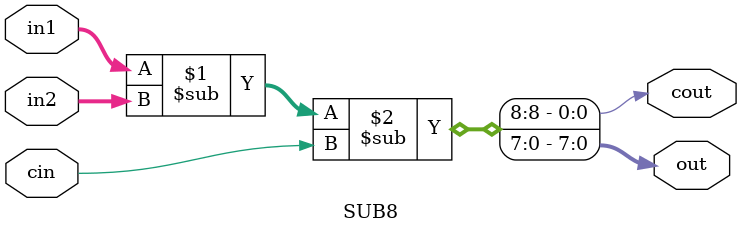
<source format=v>
module SUB8 #(parameter SIZE = 8)(input [SIZE-1:0] in1, in2, 
    input cin, output [SIZE-1:0] out, output cout);
assign {cout, out} = in1 - in2 - cin;
endmodule
</source>
